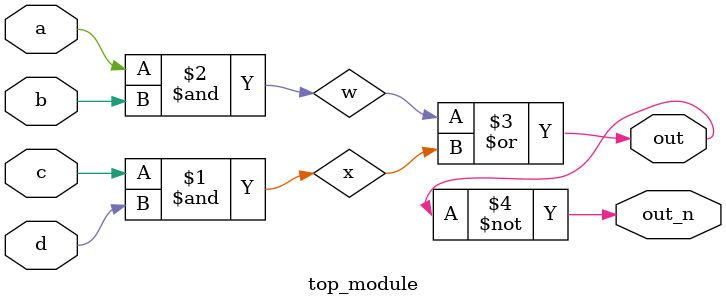
<source format=v>
`default_nettype none
module top_module(
    input a,
    input b,
    input c,
    input d,
    output out,
    output out_n   ); 
    
    wire w,x,y,z;
    assign {w,x} = {a&b,c&d};
    assign out = w|x;
    assign out_n = ~out;
    // Alternative implementation
    // assign out = ((a&b)|(c&d));
    // assign out_n = ~out;
endmodule
</source>
